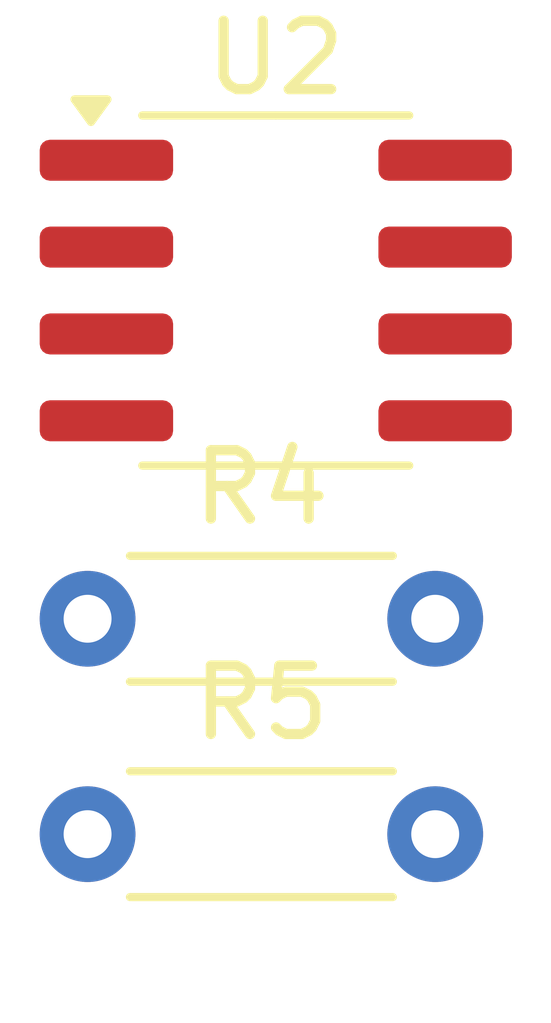
<source format=kicad_pcb>
(kicad_pcb (version 20240108) (generator "pcbnew") (generator_version "8.0")
  (layers (0 "F.Cu" signal) (31 "B.Cu" signal) (34 "B.Paste" user) (35 "F.Paste" user) (36 "B.SilkS" user "B.Silkscreen") (37 "F.SilkS" user "F.Silkscreen") (38 "B.Mask" user) (39 "F.Mask" user) (44 "Edge.Cuts" user))
  (net 0 "")
  (net 1 "SCL")
  (net 2 "GND")
  (net 4 "Net-(U2-SDA)")
  (net 5 "Net-(U2-SCL)")
  (footprint "Resistor_THT:R_Axial_DIN0204_L3.6mm_D1.6mm_P5.08mm_Horizontal" (layer "F.Cu") (at 14.92 20.35)
    (property "Reference" "R4" (at 2.54 -1.92 0) (layer "F.SilkS"))
    (property "Value" "1k8")
    (fp_line (start 0.62 -0.92) (end 4.46 -0.92) (stroke (width 0.12)) (layer "F.SilkS"))
    (fp_line (start 0.62 0.92) (end 4.46 0.92) (stroke (width 0.12)) (layer "F.SilkS"))
    (pad "1" thru_hole circle (at 0 0) (size 1.4 1.4) (drill 0.7) (layers "*.Cu" "*.Mask") (net 1 "SCL"))
    (pad "2" thru_hole oval (at 5.08 0) (size 1.4 1.4) (drill 0.7) (layers "*.Cu" "*.Mask") (net 4 "Net-(U2-SDA)"))
  )
  (footprint "Resistor_THT:R_Axial_DIN0204_L3.6mm_D1.6mm_P5.08mm_Horizontal" (layer "F.Cu") (at 14.92 23.5)
    (property "Reference" "R5" (at 2.54 -1.92 0) (layer "F.SilkS"))
    (property "Value" "1k8")
    (fp_line (start 0.62 -0.92) (end 4.46 -0.92) (stroke (width 0.12)) (layer "F.SilkS"))
    (fp_line (start 0.62 0.92) (end 4.46 0.92) (stroke (width 0.12)) (layer "F.SilkS"))
    (pad "1" thru_hole circle (at 0 0) (size 1.4 1.4) (drill 0.7) (layers "*.Cu" "*.Mask") (net 1 "SCL"))
    (pad "2" thru_hole oval (at 5.08 0) (size 1.4 1.4) (drill 0.7) (layers "*.Cu" "*.Mask") (net 5 "Net-(U2-SCL)"))
  )
  (footprint "Package_SO:SOIC-8_3.9x4.9mm_P1.27mm" (layer "F.Cu") (at 17.67 15.55)
    (property "Reference" "U2" (at 0 -3.4 0) (layer "F.SilkS"))
    (property "Value" "FM24C64B")
    (fp_line (start 0 -2.56) (end -1.95 -2.56) (stroke (width 0.12)) (layer "F.SilkS"))
    (fp_line (start 0 -2.56) (end 1.95 -2.56) (stroke (width 0.12)) (layer "F.SilkS"))
    (fp_line (start 0 2.56) (end -1.95 2.56) (stroke (width 0.12)) (layer "F.SilkS"))
    (fp_line (start 0 2.56) (end 1.95 2.56) (stroke (width 0.12)) (layer "F.SilkS"))
    (fp_poly (pts (xy -2.7 -2.465) (xy -2.94 -2.795) (xy -2.46 -2.795) (xy -2.7 -2.465)) (stroke (width 0.12)) (fill solid) (layer "F.SilkS"))
    (pad "1" smd roundrect (at -2.475 -1.905) (size 1.95 0.6) (layers "F.Cu" "F.Paste" "F.Mask") (net 2 "GND"))
    (pad "2" smd roundrect (at -2.475 -0.635) (size 1.95 0.6) (layers "F.Cu" "F.Paste" "F.Mask") (net 2 "GND"))
    (pad "3" smd roundrect (at -2.475 0.635) (size 1.95 0.6) (layers "F.Cu" "F.Paste" "F.Mask") (net 2 "GND"))
    (pad "4" smd roundrect (at -2.475 1.905) (size 1.95 0.6) (layers "F.Cu" "F.Paste" "F.Mask") (net 2 "GND"))
    (pad "5" smd roundrect (at 2.475 1.905) (size 1.95 0.6) (layers "F.Cu" "F.Paste" "F.Mask") (net 4 "Net-(U2-SDA)"))
    (pad "6" smd roundrect (at 2.475 0.635) (size 1.95 0.6) (layers "F.Cu" "F.Paste" "F.Mask") (net 5 "Net-(U2-SCL)"))
    (pad "7" smd roundrect (at 2.475 -0.635) (size 1.95 0.6) (layers "F.Cu" "F.Paste" "F.Mask"))
    (pad "8" smd roundrect (at 2.475 -1.905) (size 1.95 0.6) (layers "F.Cu" "F.Paste" "F.Mask") (net 1 "SCL"))
  )
)
</source>
